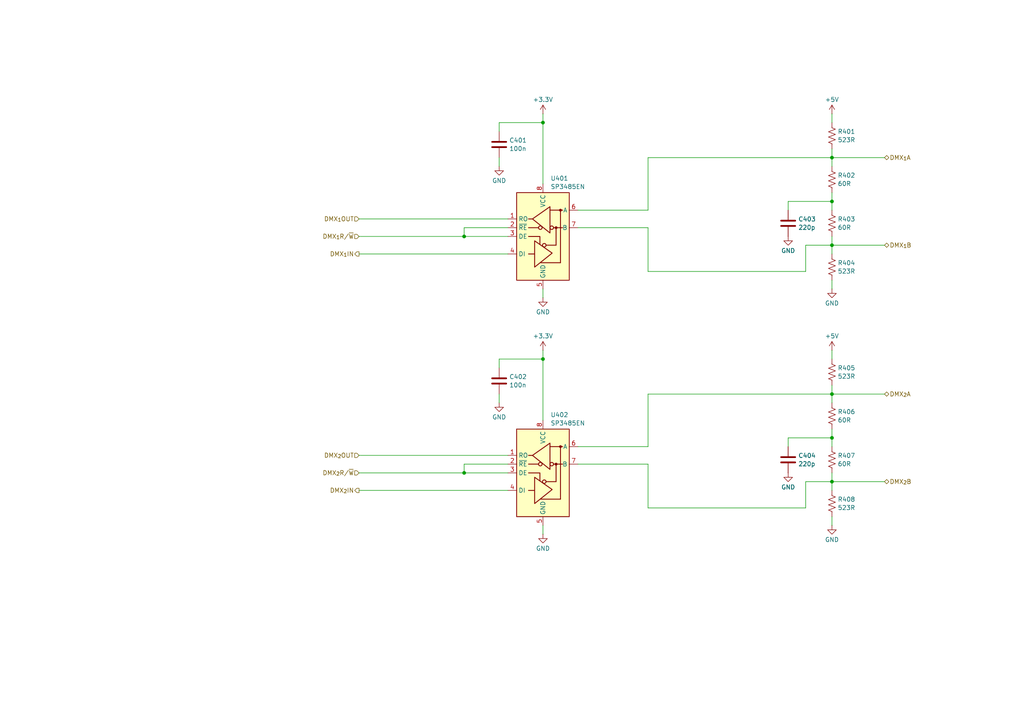
<source format=kicad_sch>
(kicad_sch (version 20231120) (generator "eeschema") (generator_version "8.0")
  (paper "A4")
  (lib_symbols
    (symbol "Device:C" (pin_numbers hide) (pin_names (offset 0.254))
      (property "Reference" "C" (at 0.635 2.54 0))
      (property "Value" "C" (at 0.635 -2.54 0))
      (symbol "C_0_1"
        (polyline (pts (xy -2.032 -0.762) (xy 2.032 -0.762)) (stroke (width 0.508)))
        (polyline (pts (xy -2.032 0.762) (xy 2.032 0.762)) (stroke (width 0.508)))
      )
      (symbol "C_1_1"
        (pin passive line (at 0 3.81 270) (length 2.794) (name "~") (number "1"))
        (pin passive line (at 0 -3.81 90) (length 2.794) (name "~") (number "2"))
      )
    )
    (symbol "Device:R_US" (pin_numbers hide) (pin_names (offset 0))
      (property "Reference" "R" (at 2.54 0 90))
      (property "Value" "R_US" (at -2.54 0 90))
      (symbol "R_US_0_1"
        (polyline (pts (xy 0 -2.286) (xy 0 -2.54)))
        (polyline (pts (xy 0 2.286) (xy 0 2.54)))
        (polyline (pts (xy 0 -0.762) (xy 1.016 -1.143) (xy 0 -1.524) (xy -1.016 -1.905) (xy 0 -2.286)))
        (polyline (pts (xy 0 0.762) (xy 1.016 0.381) (xy 0 0) (xy -1.016 -0.381) (xy 0 -0.762)))
        (polyline (pts (xy 0 2.286) (xy 1.016 1.905) (xy 0 1.524) (xy -1.016 1.143) (xy 0 0.762)))
      )
      (symbol "R_US_1_1"
        (pin passive line (at 0 3.81 270) (length 1.27) (name "~") (number "1"))
        (pin passive line (at 0 -3.81 90) (length 1.27) (name "~") (number "2"))
      )
    )
    (symbol "Interface_UART:SP3485EN"
      (property "Reference" "U" (at -7.62 13.97 0))
      (property "Value" "SP3485EN" (at 1.905 13.97 0))
      (symbol "SP3485EN_0_1"
        (rectangle (start -7.62 12.7) (end 7.62 -12.7) (stroke (width 0.254)) (fill (type background)))
        (polyline (pts (xy -4.191 2.54) (xy -1.27 2.54)) (stroke (width 0.254)))
        (polyline (pts (xy -2.54 -5.08) (xy -4.191 -5.08)) (stroke (width 0.254)))
        (polyline (pts (xy -0.635 -7.62) (xy 5.08 -7.62)) (stroke (width 0.254)))
        (polyline (pts (xy 0.889 -2.54) (xy 3.81 -2.54)) (stroke (width 0.254)))
        (polyline (pts (xy 2.032 7.62) (xy 5.715 7.62)) (stroke (width 0.254)))
        (polyline (pts (xy 3.048 2.54) (xy 5.715 2.54)) (stroke (width 0.254)))
        (polyline (pts (xy 3.81 -2.54) (xy 3.81 2.54)) (stroke (width 0.254)))
        (polyline (pts (xy 5.08 -7.62) (xy 5.08 7.62)) (stroke (width 0.254)))
        (polyline (pts (xy -4.191 0) (xy -0.889 0) (xy -0.889 -2.286)) (stroke (width 0.254)))
        (polyline (pts (xy -3.175 5.08) (xy -4.191 5.08) (xy -4.064 5.08)) (stroke (width 0.254)))
        (polyline (pts (xy -2.413 -5.08) (xy -2.413 -1.27) (xy 2.667 -4.826) (xy -2.413 -8.89) (xy -2.413 -5.08)) (stroke (width 0.254)))
        (circle (center 0.381 -2.54) (radius 0.508) (stroke (width 0.254)))
        (circle (center 3.81 2.54) (radius 0.2794) (stroke (width 0.254)) (fill (type outline)))
      )
      (symbol "SP3485EN_1_1"
        (circle (center -0.762 2.54) (radius 0.508) (stroke (width 0.254)))
        (polyline (pts (xy 2.032 4.826) (xy 2.032 8.636) (xy -3.048 5.08) (xy 2.032 1.016) (xy 2.032 4.826)) (stroke (width 0.254)))
        (circle (center 2.54 2.54) (radius 0.508) (stroke (width 0.254)))
        (circle (center 5.08 7.62) (radius 0.2794) (stroke (width 0.254)) (fill (type outline)))
        (pin output line (at -10.16 5.08 0) (length 2.54) (name "RO") (number "1"))
        (pin input line (at -10.16 2.54 0) (length 2.54) (name "~{RE}") (number "2"))
        (pin input line (at -10.16 0 0) (length 2.54) (name "DE") (number "3"))
        (pin input line (at -10.16 -5.08 0) (length 2.54) (name "DI") (number "4"))
        (pin power_in line (at 0 -15.24 90) (length 2.54) (name "GND") (number "5"))
        (pin bidirectional line (at 10.16 7.62 180) (length 2.54) (name "A") (number "6"))
        (pin bidirectional line (at 10.16 2.54 180) (length 2.54) (name "B") (number "7"))
        (pin power_in line (at 0 15.24 270) (length 2.54) (name "VCC") (number "8"))
      )
    )
    (symbol "power:+3.3V" (power) (pin_numbers hide) (pin_names (offset 0) hide)
      (property "Value" "+3.3V" (at 0 3.556 0))
      (symbol "+3.3V_0_1"
        (polyline (pts (xy -0.762 1.27) (xy 0 2.54)))
        (polyline (pts (xy 0 0) (xy 0 2.54)))
        (polyline (pts (xy 0 2.54) (xy 0.762 1.27)))
      )
      (symbol "+3.3V_1_1"
        (pin power_in line (at 0 0 90) (length 0) (name "~") (number "1"))
      )
    )
    (symbol "power:+5V" (power) (pin_numbers hide) (pin_names (offset 0) hide)
      (property "Value" "+5V" (at 0 3.556 0))
      (symbol "+5V_0_1"
        (polyline (pts (xy -0.762 1.27) (xy 0 2.54)))
        (polyline (pts (xy 0 0) (xy 0 2.54)))
        (polyline (pts (xy 0 2.54) (xy 0.762 1.27)))
      )
      (symbol "+5V_1_1"
        (pin power_in line (at 0 0 90) (length 0) (name "~") (number "1"))
      )
    )
    (symbol "power:GND" (power) (pin_numbers hide) (pin_names (offset 0) hide)
      (property "Value" "GND" (at 0 -3.81 0))
      (symbol "GND_0_1"
        (polyline (pts (xy 0 0) (xy 0 -1.27) (xy 1.27 -1.27) (xy 0 -2.54) (xy -1.27 -1.27) (xy 0 -1.27)))
      )
      (symbol "GND_1_1"
        (pin power_in line (at 0 0 270) (length 0) (name "~") (number "1"))
      )
    )
  )
  (junction (at 134.62 137.16))
  (junction (at 241.3 45.72))
  (junction (at 134.62 68.58))
  (junction (at 241.3 71.12))
  (junction (at 157.48 104.14))
  (junction (at 241.3 114.3))
  (junction (at 241.3 58.42))
  (junction (at 241.3 139.7))
  (junction (at 241.3 127))
  (junction (at 157.48 35.56))
  (wire (pts (xy 187.96 60.96) (xy 187.96 45.72)))
  (wire (pts (xy 241.3 68.58) (xy 241.3 71.12)))
  (wire (pts (xy 104.14 63.5) (xy 147.32 63.5)))
  (wire (pts (xy 241.3 137.16) (xy 241.3 139.7)))
  (wire (pts (xy 241.3 124.46) (xy 241.3 127)))
  (wire (pts (xy 241.3 129.54) (xy 241.3 127)))
  (wire (pts (xy 241.3 139.7) (xy 241.3 142.24)))
  (wire (pts (xy 157.48 152.4) (xy 157.48 154.94)))
  (wire (pts (xy 241.3 81.28) (xy 241.3 83.82)))
  (wire (pts (xy 241.3 149.86) (xy 241.3 152.4)))
  (wire (pts (xy 241.3 71.12) (xy 233.68 71.12)))
  (wire (pts (xy 157.48 101.6) (xy 157.48 104.14)))
  (wire (pts (xy 187.96 78.74) (xy 187.96 66.04)))
  (wire (pts (xy 241.3 111.76) (xy 241.3 114.3)))
  (wire (pts (xy 187.96 134.62) (xy 167.64 134.62)))
  (wire (pts (xy 241.3 33.02) (xy 241.3 35.56)))
  (wire (pts (xy 104.14 68.58) (xy 134.62 68.58)))
  (wire (pts (xy 167.64 60.96) (xy 187.96 60.96)))
  (wire (pts (xy 157.48 83.82) (xy 157.48 86.36)))
  (wire (pts (xy 144.78 104.14) (xy 157.48 104.14)))
  (wire (pts (xy 187.96 66.04) (xy 167.64 66.04)))
  (wire (pts (xy 228.6 127) (xy 228.6 129.54)))
  (wire (pts (xy 241.3 60.96) (xy 241.3 58.42)))
  (wire (pts (xy 233.68 71.12) (xy 233.68 78.74)))
  (wire (pts (xy 233.68 78.74) (xy 187.96 78.74)))
  (wire (pts (xy 241.3 45.72) (xy 241.3 48.26)))
  (wire (pts (xy 134.62 137.16) (xy 147.32 137.16)))
  (wire (pts (xy 134.62 66.04) (xy 134.62 68.58)))
  (wire (pts (xy 157.48 35.56) (xy 157.48 53.34)))
  (wire (pts (xy 157.48 33.02) (xy 157.48 35.56)))
  (wire (pts (xy 241.3 71.12) (xy 241.3 73.66)))
  (wire (pts (xy 187.96 114.3) (xy 241.3 114.3)))
  (wire (pts (xy 104.14 137.16) (xy 134.62 137.16)))
  (wire (pts (xy 134.62 68.58) (xy 147.32 68.58)))
  (wire (pts (xy 104.14 142.24) (xy 147.32 142.24)))
  (wire (pts (xy 241.3 45.72) (xy 256.54 45.72)))
  (wire (pts (xy 233.68 147.32) (xy 187.96 147.32)))
  (wire (pts (xy 104.14 73.66) (xy 147.32 73.66)))
  (wire (pts (xy 241.3 114.3) (xy 256.54 114.3)))
  (wire (pts (xy 144.78 114.3) (xy 144.78 116.84)))
  (wire (pts (xy 144.78 45.72) (xy 144.78 48.26)))
  (wire (pts (xy 144.78 35.56) (xy 157.48 35.56)))
  (wire (pts (xy 134.62 66.04) (xy 147.32 66.04)))
  (wire (pts (xy 144.78 35.56) (xy 144.78 38.1)))
  (wire (pts (xy 228.6 58.42) (xy 228.6 60.96)))
  (wire (pts (xy 157.48 104.14) (xy 157.48 121.92)))
  (wire (pts (xy 134.62 134.62) (xy 134.62 137.16)))
  (wire (pts (xy 241.3 101.6) (xy 241.3 104.14)))
  (wire (pts (xy 167.64 129.54) (xy 187.96 129.54)))
  (wire (pts (xy 241.3 139.7) (xy 256.54 139.7)))
  (wire (pts (xy 187.96 129.54) (xy 187.96 114.3)))
  (wire (pts (xy 241.3 43.18) (xy 241.3 45.72)))
  (wire (pts (xy 241.3 127) (xy 228.6 127)))
  (wire (pts (xy 233.68 139.7) (xy 233.68 147.32)))
  (wire (pts (xy 241.3 71.12) (xy 256.54 71.12)))
  (wire (pts (xy 241.3 139.7) (xy 233.68 139.7)))
  (wire (pts (xy 104.14 132.08) (xy 147.32 132.08)))
  (wire (pts (xy 187.96 45.72) (xy 241.3 45.72)))
  (wire (pts (xy 241.3 58.42) (xy 228.6 58.42)))
  (wire (pts (xy 187.96 147.32) (xy 187.96 134.62)))
  (wire (pts (xy 144.78 104.14) (xy 144.78 106.68)))
  (wire (pts (xy 241.3 55.88) (xy 241.3 58.42)))
  (wire (pts (xy 241.3 114.3) (xy 241.3 116.84)))
  (wire (pts (xy 134.62 134.62) (xy 147.32 134.62)))
  (hierarchical_label "DMX_{2}A" (shape bidirectional) (at 256.54 114.3 0))
  (hierarchical_label "DMX_{2}IN" (shape output) (at 104.14 142.24 180))
  (hierarchical_label "DMX_{1}IN" (shape output) (at 104.14 73.66 180))
  (hierarchical_label "DMX_{2}B" (shape bidirectional) (at 256.54 139.7 0))
  (hierarchical_label "DMX_{2}R{slash}~{W}" (shape input) (at 104.14 137.16 180))
  (hierarchical_label "DMX_{1}OUT" (shape input) (at 104.14 63.5 180))
  (hierarchical_label "DMX_{1}R{slash}~{W}" (shape input) (at 104.14 68.58 180))
  (hierarchical_label "DMX_{1}B" (shape bidirectional) (at 256.54 71.12 0))
  (hierarchical_label "DMX_{1}A" (shape bidirectional) (at 256.54 45.72 0))
  (hierarchical_label "DMX_{2}OUT" (shape input) (at 104.14 132.08 180))
  (symbol (lib_id "power:+3.3V") (at 157.48 101.6 0) (unit 1)
    (property "Reference" "#PWR0405" (effects (hide yes)))
    (property "Value" "+3.3V" (at 157.48 97.4669 0))
    (property "Description" "Power symbol creates a global label with name \"+3.3V\"" (effects (hide yes)))
  )
  (symbol (lib_id "power:GND") (at 157.48 154.94 0) (unit 1)
    (property "Reference" "#PWR0406" (effects (hide yes)))
    (property "Value" "GND" (at 157.48 159.0731 0))
    (property "Description" "Power symbol creates a global label with name \"GND\" , ground" (effects (hide yes)))
  )
  (symbol (lib_id "power:GND") (at 228.6 68.58 0) (unit 1)
    (property "Reference" "#PWR0407" (effects (hide yes)))
    (property "Value" "GND" (at 228.6 72.7131 0))
    (property "Description" "Power symbol creates a global label with name \"GND\" , ground" (effects (hide yes)))
  )
  (symbol (lib_id "power:GND") (at 144.78 116.84 0) (unit 1)
    (property "Reference" "#PWR0402" (effects (hide yes)))
    (property "Value" "GND" (at 144.78 120.9731 0))
    (property "Description" "Power symbol creates a global label with name \"GND\" , ground" (effects (hide yes)))
  )
  (symbol (lib_id "Device:R_US") (at 241.3 133.35 0) (unit 1) (on_board no)
    (property "Reference" "R407" (at 242.951 132.1378 0) (effects (justify left)))
    (property "Value" "60R" (at 242.951 134.5621 0) (effects (justify left)))
    (property "Footprint" "Resistor_SMD:R_0603_1608Metric" (effects (hide yes)))
    (property "Description" "Resistor, US symbol" (effects (hide yes)))
  )
  (symbol (lib_id "Device:R_US") (at 241.3 52.07 0) (unit 1) (on_board no)
    (property "Reference" "R402" (at 242.951 50.8578 0) (effects (justify left)))
    (property "Value" "60R" (at 242.951 53.2821 0) (effects (justify left)))
    (property "Footprint" "Resistor_SMD:R_0603_1608Metric" (effects (hide yes)))
    (property "Description" "Resistor, US symbol" (effects (hide yes)))
  )
  (symbol (lib_id "Device:R_US") (at 241.3 77.47 0) (unit 1) (on_board no)
    (property "Reference" "R404" (at 242.951 76.2578 0) (effects (justify left)))
    (property "Value" "523R" (at 242.951 78.6821 0) (effects (justify left)))
    (property "Footprint" "Capacitor_SMD:C_0603_1608Metric" (effects (hide yes)))
    (property "Description" "Resistor, US symbol" (effects (hide yes)))
  )
  (symbol (lib_id "Device:C") (at 144.78 110.49 0) (unit 1) (on_board no)
    (property "Reference" "C402" (at 147.701 109.2778 0) (effects (justify left)))
    (property "Value" "100n" (at 147.701 111.7021 0) (effects (justify left)))
    (property "Footprint" "Capacitor_SMD:C_0402_1005Metric" (effects (hide yes)))
    (property "Description" "Unpolarized capacitor" (effects (hide yes)))
    (property "LCSC" "C1525" (effects (hide yes)))
  )
  (symbol (lib_id "Device:C") (at 144.78 41.91 0) (unit 1) (on_board no)
    (property "Reference" "C401" (at 147.701 40.6978 0) (effects (justify left)))
    (property "Value" "100n" (at 147.701 43.1221 0) (effects (justify left)))
    (property "Footprint" "Capacitor_SMD:C_0402_1005Metric" (effects (hide yes)))
    (property "Description" "Unpolarized capacitor" (effects (hide yes)))
    (property "LCSC" "C1525" (effects (hide yes)))
  )
  (symbol (lib_id "power:GND") (at 157.48 86.36 0) (unit 1)
    (property "Reference" "#PWR0404" (effects (hide yes)))
    (property "Value" "GND" (at 157.48 90.4931 0))
    (property "Description" "Power symbol creates a global label with name \"GND\" , ground" (effects (hide yes)))
  )
  (symbol (lib_id "Device:R_US") (at 241.3 146.05 0) (unit 1) (on_board no)
    (property "Reference" "R408" (at 242.951 144.8378 0) (effects (justify left)))
    (property "Value" "523R" (at 242.951 147.2621 0) (effects (justify left)))
    (property "Footprint" "Capacitor_SMD:C_0603_1608Metric" (effects (hide yes)))
    (property "Description" "Resistor, US symbol" (effects (hide yes)))
  )
  (symbol (lib_id "power:+5V") (at 241.3 33.02 0) (unit 1)
    (property "Reference" "#PWR0409" (effects (hide yes)))
    (property "Value" "+5V" (at 241.3 28.8869 0))
    (property "Description" "Power symbol creates a global label with name \"+5V\"" (effects (hide yes)))
  )
  (symbol (lib_id "power:GND") (at 144.78 48.26 0) (unit 1)
    (property "Reference" "#PWR0401" (effects (hide yes)))
    (property "Value" "GND" (at 144.78 52.3931 0))
    (property "Description" "Power symbol creates a global label with name \"GND\" , ground" (effects (hide yes)))
  )
  (symbol (lib_id "power:GND") (at 241.3 152.4 0) (unit 1)
    (property "Reference" "#PWR0412" (effects (hide yes)))
    (property "Value" "GND" (at 241.3 156.5331 0))
    (property "Description" "Power symbol creates a global label with name \"GND\" , ground" (effects (hide yes)))
  )
  (symbol (lib_id "Device:C") (at 228.6 64.77 0) (unit 1) (on_board no)
    (property "Reference" "C403" (at 231.521 63.5578 0) (effects (justify left)))
    (property "Value" "220p" (at 231.521 65.9821 0) (effects (justify left)))
    (property "Footprint" "Capacitor_SMD:C_0603_1608Metric" (effects (hide yes)))
    (property "Description" "Unpolarized capacitor" (effects (hide yes)))
  )
  (symbol (lib_id "power:+3.3V") (at 157.48 33.02 0) (unit 1)
    (property "Reference" "#PWR0403" (effects (hide yes)))
    (property "Value" "+3.3V" (at 157.48 28.8869 0))
    (property "Description" "Power symbol creates a global label with name \"+3.3V\"" (effects (hide yes)))
  )
  (symbol (lib_id "power:GND") (at 228.6 137.16 0) (unit 1)
    (property "Reference" "#PWR0408" (effects (hide yes)))
    (property "Value" "GND" (at 228.6 141.2931 0))
    (property "Description" "Power symbol creates a global label with name \"GND\" , ground" (effects (hide yes)))
  )
  (symbol (lib_id "Device:R_US") (at 241.3 39.37 0) (unit 1) (on_board no)
    (property "Reference" "R401" (at 242.951 38.1578 0) (effects (justify left)))
    (property "Value" "523R" (at 242.951 40.5821 0) (effects (justify left)))
    (property "Footprint" "Capacitor_SMD:C_0603_1608Metric" (effects (hide yes)))
    (property "Description" "Resistor, US symbol" (effects (hide yes)))
  )
  (symbol (lib_id "Device:R_US") (at 241.3 120.65 0) (unit 1) (on_board no)
    (property "Reference" "R406" (at 242.951 119.4378 0) (effects (justify left)))
    (property "Value" "60R" (at 242.951 121.8621 0) (effects (justify left)))
    (property "Footprint" "Resistor_SMD:R_0603_1608Metric" (effects (hide yes)))
    (property "Description" "Resistor, US symbol" (effects (hide yes)))
  )
  (symbol (lib_id "Device:R_US") (at 241.3 107.95 0) (unit 1) (on_board no)
    (property "Reference" "R405" (at 242.951 106.7378 0) (effects (justify left)))
    (property "Value" "523R" (at 242.951 109.1621 0) (effects (justify left)))
    (property "Footprint" "Capacitor_SMD:C_0603_1608Metric" (effects (hide yes)))
    (property "Description" "Resistor, US symbol" (effects (hide yes)))
  )
  (symbol (lib_id "Device:C") (at 228.6 133.35 0) (unit 1) (on_board no)
    (property "Reference" "C404" (at 231.521 132.1378 0) (effects (justify left)))
    (property "Value" "220p" (at 231.521 134.5621 0) (effects (justify left)))
    (property "Footprint" "Capacitor_SMD:C_0603_1608Metric" (effects (hide yes)))
    (property "Description" "Unpolarized capacitor" (effects (hide yes)))
  )
  (symbol (lib_id "Interface_UART:SP3485EN") (at 157.48 137.16 0) (unit 1) (on_board no)
    (property "Reference" "U402" (at 159.6741 120.3155 0) (effects (justify left)))
    (property "Value" "SP3485EN" (at 159.6741 122.7398 0) (effects (justify left)))
    (property "Footprint" "Package_SO:SOIC-8_3.9x4.9mm_P1.27mm" (effects (hide yes)))
    (property "Datasheet" "http://www.icbase.com/pdf/SPX/SPX00480106.pdf" (effects (hide yes)))
    (property "Description" "Industrial 3.3V Low Power Half-Duplex RS-485 Transceiver 10Mbps, SOIC-8" (effects (hide yes)))
  )
  (symbol (lib_id "power:+5V") (at 241.3 101.6 0) (unit 1)
    (property "Reference" "#PWR0411" (effects (hide yes)))
    (property "Value" "+5V" (at 241.3 97.4669 0))
    (property "Description" "Power symbol creates a global label with name \"+5V\"" (effects (hide yes)))
  )
  (symbol (lib_id "power:GND") (at 241.3 83.82 0) (unit 1)
    (property "Reference" "#PWR0410" (effects (hide yes)))
    (property "Value" "GND" (at 241.3 87.9531 0))
    (property "Description" "Power symbol creates a global label with name \"GND\" , ground" (effects (hide yes)))
  )
  (symbol (lib_id "Interface_UART:SP3485EN") (at 157.48 68.58 0) (unit 1) (on_board no)
    (property "Reference" "U401" (at 159.6741 51.7355 0) (effects (justify left)))
    (property "Value" "SP3485EN" (at 159.6741 54.1598 0) (effects (justify left)))
    (property "Footprint" "Package_SO:SOIC-8_3.9x4.9mm_P1.27mm" (effects (hide yes)))
    (property "Datasheet" "http://www.icbase.com/pdf/SPX/SPX00480106.pdf" (effects (hide yes)))
    (property "Description" "Industrial 3.3V Low Power Half-Duplex RS-485 Transceiver 10Mbps, SOIC-8" (effects (hide yes)))
  )
  (symbol (lib_id "Device:R_US") (at 241.3 64.77 0) (unit 1) (on_board no)
    (property "Reference" "R403" (at 242.951 63.5578 0) (effects (justify left)))
    (property "Value" "60R" (at 242.951 65.9821 0) (effects (justify left)))
    (property "Footprint" "Resistor_SMD:R_0603_1608Metric" (effects (hide yes)))
    (property "Description" "Resistor, US symbol" (effects (hide yes)))
  )
)
</source>
